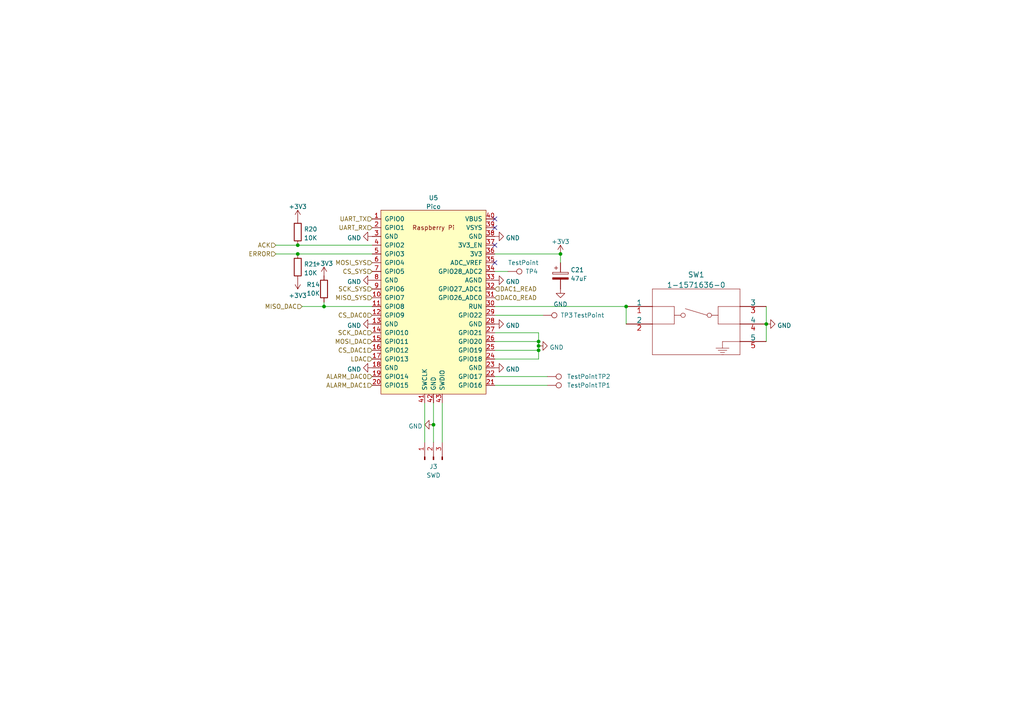
<source format=kicad_sch>
(kicad_sch (version 20211123) (generator eeschema)
  (paper "A4")
  (title_block (title "NR1B-Analog") (date "2022-07-26") (rev "v1.0") (company "University of Dallas") (comment 1 "Isaac Kelly"))
  (lib_symbols
    (symbol "2022-07-11_19-20-20:1-1571636-0" (pin_names (offset 0))
      (property "Reference" "SW" (at 20.32 10.16 0))
      (property "Value" "1-1571636-0" (at 20.32 7.62 0))
      (symbol "1-1571636-0_1_1"
        (polyline (pts (xy 7.62 -13.97) (xy 33.02 -13.97)) (stroke (width 0.127)))
        (polyline (pts (xy 7.62 -5.08) (xy 13.97 -5.08)) (stroke (width 0.127)))
        (polyline (pts (xy 7.62 0) (xy 13.97 0)) (stroke (width 0.127)))
        (polyline (pts (xy 7.62 5.08) (xy 7.62 -13.97)) (stroke (width 0.127)))
        (polyline (pts (xy 13.97 -2.54) (xy 15.875 -2.54)) (stroke (width 0.127)))
        (polyline (pts (xy 13.97 0) (xy 13.97 -5.08)) (stroke (width 0.127)))
        (polyline (pts (xy 17.145 -0.635) (xy 23.495 -2.54)) (stroke (width 0.127)))
        (polyline (pts (xy 24.765 -2.54) (xy 26.67 -2.54)) (stroke (width 0.127)))
        (polyline (pts (xy 26.035 -12.065) (xy 29.845 -12.065)) (stroke (width 0.127)))
        (polyline (pts (xy 26.67 -12.7) (xy 29.21 -12.7)) (stroke (width 0.127)))
        (polyline (pts (xy 26.67 -5.08) (xy 33.02 -5.08)) (stroke (width 0.127)))
        (polyline (pts (xy 26.67 0) (xy 26.67 -5.08)) (stroke (width 0.127)))
        (polyline (pts (xy 27.305 -13.335) (xy 28.575 -13.335)) (stroke (width 0.127)))
        (polyline (pts (xy 27.686 -13.97) (xy 28.321 -13.97)) (stroke (width 0.127)))
        (polyline (pts (xy 27.94 -10.16) (xy 27.94 -12.065)) (stroke (width 0.127)))
        (polyline (pts (xy 27.94 -10.16) (xy 33.02 -10.16)) (stroke (width 0.127)))
        (polyline (pts (xy 33.02 -13.97) (xy 33.02 5.08)) (stroke (width 0.127)))
        (polyline (pts (xy 33.02 0) (xy 26.67 0)) (stroke (width 0.127)))
        (polyline (pts (xy 33.02 5.08) (xy 7.62 5.08)) (stroke (width 0.127)))
        (circle (center 16.51 -2.54) (radius 0.635) (stroke (width 0.127)))
        (arc (start 17.145 -2.54) (mid 15.875 -2.54) (end 17.145 -2.54) (stroke (width 0.127)))
        (arc (start 23.495 -2.54) (mid 24.765 -2.54) (end 23.495 -2.54) (stroke (width 0.127)))
        (circle (center 24.13 -2.54) (radius 0.635) (stroke (width 0.127)))
        (pin output line (at 0 0 0) (length 7.62) (name "1") (number "1"))
        (pin output line (at 0 -5.08 0) (length 7.62) (name "2") (number "2"))
        (pin power_in line (at 40.64 0 180) (length 7.62) (name "3") (number "3"))
        (pin power_in line (at 40.64 -5.08 180) (length 7.62) (name "4") (number "4"))
        (pin power_in line (at 40.64 -10.16 180) (length 7.62) (name "5") (number "5"))
      )
    )
    (symbol "Connector:Conn_01x03_Male" (pin_names (offset 1.016) hide)
      (property "Reference" "J" (at 0 5.08 0))
      (property "Value" "Conn_01x03_Male" (at 0 -5.08 0))
      (symbol "Conn_01x03_Male_1_1"
        (polyline (pts (xy 1.27 -2.54) (xy 0.8636 -2.54)) (stroke (width 0.1524)))
        (polyline (pts (xy 1.27 0) (xy 0.8636 0)) (stroke (width 0.1524)))
        (polyline (pts (xy 1.27 2.54) (xy 0.8636 2.54)) (stroke (width 0.1524)))
        (rectangle (start 0.8636 -2.413) (end 0 -2.667) (stroke (width 0.1524)) (fill (type outline)))
        (rectangle (start 0.8636 0.127) (end 0 -0.127) (stroke (width 0.1524)) (fill (type outline)))
        (rectangle (start 0.8636 2.667) (end 0 2.413) (stroke (width 0.1524)) (fill (type outline)))
        (pin passive line (at 5.08 2.54 180) (length 3.81) (name "Pin_1") (number "1"))
        (pin passive line (at 5.08 0 180) (length 3.81) (name "Pin_2") (number "2"))
        (pin passive line (at 5.08 -2.54 180) (length 3.81) (name "Pin_3") (number "3"))
      )
    )
    (symbol "Connector:TestPoint" (pin_numbers hide) (pin_names (offset 0.762) hide)
      (property "Reference" "TP" (at 0 6.858 0))
      (property "Value" "TestPoint" (at 0 5.08 0))
      (symbol "TestPoint_0_1"
        (circle (center 0 3.302) (radius 0.762))
      )
      (symbol "TestPoint_1_1"
        (pin passive line (at 0 0 90) (length 2.54) (name "1") (number "1"))
      )
    )
    (symbol "Device:C_Polarized" (pin_numbers hide) (pin_names (offset 0.254))
      (property "Reference" "C" (at 0.635 2.54 0))
      (property "Value" "C_Polarized" (at 0.635 -2.54 0))
      (symbol "C_Polarized_0_1"
        (rectangle (start -2.286 0.508) (end 2.286 1.016))
        (polyline (pts (xy -1.778 2.286) (xy -0.762 2.286)))
        (polyline (pts (xy -1.27 2.794) (xy -1.27 1.778)))
        (rectangle (start 2.286 -0.508) (end -2.286 -1.016) (fill (type outline)))
      )
      (symbol "C_Polarized_1_1"
        (pin passive line (at 0 3.81 270) (length 2.794) (name "~") (number "1"))
        (pin passive line (at 0 -3.81 90) (length 2.794) (name "~") (number "2"))
      )
    )
    (symbol "Device:R" (pin_numbers hide) (pin_names (offset 0))
      (property "Reference" "R" (at 2.032 0 90))
      (property "Value" "R" (at 0 0 90))
      (symbol "R_0_1"
        (rectangle (start -1.016 -2.54) (end 1.016 2.54) (stroke (width 0.254)))
      )
      (symbol "R_1_1"
        (pin passive line (at 0 3.81 270) (length 1.27) (name "~") (number "1"))
        (pin passive line (at 0 -3.81 90) (length 1.27) (name "~") (number "2"))
      )
    )
    (symbol "MCU_RaspberryPi_and_Boards:Pico" (pin_names (offset 1.016))
      (property "Reference" "U" (at -13.97 27.94 0))
      (property "Value" "Pico" (at 0 19.05 0))
      (symbol "Pico_0_0"
        (text "Raspberry Pi" (at 0 21.59 0) (effects (font (size 1.27 1.27))))
      )
      (symbol "Pico_0_1"
        (rectangle (start -15.24 26.67) (end 15.24 -26.67) (fill (type background)))
      )
      (symbol "Pico_1_1"
        (pin bidirectional line (at -17.78 24.13 0) (length 2.54) (name "GPIO0") (number "1"))
        (pin bidirectional line (at -17.78 1.27 0) (length 2.54) (name "GPIO7") (number "10"))
        (pin bidirectional line (at -17.78 -1.27 0) (length 2.54) (name "GPIO8") (number "11"))
        (pin bidirectional line (at -17.78 -3.81 0) (length 2.54) (name "GPIO9") (number "12"))
        (pin power_in line (at -17.78 -6.35 0) (length 2.54) (name "GND") (number "13"))
        (pin bidirectional line (at -17.78 -8.89 0) (length 2.54) (name "GPIO10") (number "14"))
        (pin bidirectional line (at -17.78 -11.43 0) (length 2.54) (name "GPIO11") (number "15"))
        (pin bidirectional line (at -17.78 -13.97 0) (length 2.54) (name "GPIO12") (number "16"))
        (pin bidirectional line (at -17.78 -16.51 0) (length 2.54) (name "GPIO13") (number "17"))
        (pin power_in line (at -17.78 -19.05 0) (length 2.54) (name "GND") (number "18"))
        (pin bidirectional line (at -17.78 -21.59 0) (length 2.54) (name "GPIO14") (number "19"))
        (pin bidirectional line (at -17.78 21.59 0) (length 2.54) (name "GPIO1") (number "2"))
        (pin bidirectional line (at -17.78 -24.13 0) (length 2.54) (name "GPIO15") (number "20"))
        (pin bidirectional line (at 17.78 -24.13 180) (length 2.54) (name "GPIO16") (number "21"))
        (pin bidirectional line (at 17.78 -21.59 180) (length 2.54) (name "GPIO17") (number "22"))
        (pin power_in line (at 17.78 -19.05 180) (length 2.54) (name "GND") (number "23"))
        (pin bidirectional line (at 17.78 -16.51 180) (length 2.54) (name "GPIO18") (number "24"))
        (pin bidirectional line (at 17.78 -13.97 180) (length 2.54) (name "GPIO19") (number "25"))
        (pin bidirectional line (at 17.78 -11.43 180) (length 2.54) (name "GPIO20") (number "26"))
        (pin bidirectional line (at 17.78 -8.89 180) (length 2.54) (name "GPIO21") (number "27"))
        (pin power_in line (at 17.78 -6.35 180) (length 2.54) (name "GND") (number "28"))
        (pin bidirectional line (at 17.78 -3.81 180) (length 2.54) (name "GPIO22") (number "29"))
        (pin power_in line (at -17.78 19.05 0) (length 2.54) (name "GND") (number "3"))
        (pin input line (at 17.78 -1.27 180) (length 2.54) (name "RUN") (number "30"))
        (pin bidirectional line (at 17.78 1.27 180) (length 2.54) (name "GPIO26_ADC0") (number "31"))
        (pin bidirectional line (at 17.78 3.81 180) (length 2.54) (name "GPIO27_ADC1") (number "32"))
        (pin power_in line (at 17.78 6.35 180) (length 2.54) (name "AGND") (number "33"))
        (pin bidirectional line (at 17.78 8.89 180) (length 2.54) (name "GPIO28_ADC2") (number "34"))
        (pin power_in line (at 17.78 11.43 180) (length 2.54) (name "ADC_VREF") (number "35"))
        (pin power_in line (at 17.78 13.97 180) (length 2.54) (name "3V3") (number "36"))
        (pin input line (at 17.78 16.51 180) (length 2.54) (name "3V3_EN") (number "37"))
        (pin bidirectional line (at 17.78 19.05 180) (length 2.54) (name "GND") (number "38"))
        (pin power_in line (at 17.78 21.59 180) (length 2.54) (name "VSYS") (number "39"))
        (pin bidirectional line (at -17.78 16.51 0) (length 2.54) (name "GPIO2") (number "4"))
        (pin power_in line (at 17.78 24.13 180) (length 2.54) (name "VBUS") (number "40"))
        (pin input line (at -2.54 -29.21 90) (length 2.54) (name "SWCLK") (number "41"))
        (pin power_in line (at 0 -29.21 90) (length 2.54) (name "GND") (number "42"))
        (pin bidirectional line (at 2.54 -29.21 90) (length 2.54) (name "SWDIO") (number "43"))
        (pin bidirectional line (at -17.78 13.97 0) (length 2.54) (name "GPIO3") (number "5"))
        (pin bidirectional line (at -17.78 11.43 0) (length 2.54) (name "GPIO4") (number "6"))
        (pin bidirectional line (at -17.78 8.89 0) (length 2.54) (name "GPIO5") (number "7"))
        (pin power_in line (at -17.78 6.35 0) (length 2.54) (name "GND") (number "8"))
        (pin bidirectional line (at -17.78 3.81 0) (length 2.54) (name "GPIO6") (number "9"))
      )
    )
    (symbol "power:+3V3" (power) (pin_names (offset 0))
      (property "Value" "+3V3" (at 0 3.556 0))
      (symbol "+3V3_0_1"
        (polyline (pts (xy -0.762 1.27) (xy 0 2.54)))
        (polyline (pts (xy 0 0) (xy 0 2.54)))
        (polyline (pts (xy 0 2.54) (xy 0.762 1.27)))
      )
      (symbol "+3V3_1_1"
        (pin power_in line (at 0 0 90) (length 0) hide (name "+3V3") (number "1"))
      )
    )
    (symbol "power:GND" (power) (pin_names (offset 0))
      (property "Value" "GND" (at 0 -3.81 0))
      (symbol "GND_0_1"
        (polyline (pts (xy 0 0) (xy 0 -1.27) (xy 1.27 -1.27) (xy 0 -2.54) (xy -1.27 -1.27) (xy 0 -1.27)))
      )
      (symbol "GND_1_1"
        (pin power_in line (at 0 0 270) (length 0) hide (name "GND") (number "1"))
      )
    )
  )
  (junction (at 156.21 101.6))
  (junction (at 93.98 88.9))
  (junction (at 125.73 123.19))
  (junction (at 156.21 99.06))
  (junction (at 181.61 88.9))
  (junction (at 162.56 73.66))
  (junction (at 156.21 100.33))
  (junction (at 222.25 93.98))
  (junction (at 86.36 71.12))
  (junction (at 86.36 73.66))
  (no_connect (at 143.51 66.04))
  (no_connect (at 143.51 63.5))
  (no_connect (at 143.51 71.12))
  (no_connect (at 143.51 76.2))
  (wire (pts (xy 87.63 88.9) (xy 93.98 88.9)))
  (wire (pts (xy 222.25 88.9) (xy 222.25 93.98)))
  (wire (pts (xy 162.56 76.2) (xy 162.56 73.66)))
  (wire (pts (xy 128.27 116.84) (xy 128.27 128.27)))
  (wire (pts (xy 162.56 73.66) (xy 143.51 73.66)))
  (wire (pts (xy 123.19 116.84) (xy 123.19 128.27)))
  (wire (pts (xy 143.51 99.06) (xy 156.21 99.06)))
  (wire (pts (xy 80.01 71.12) (xy 86.36 71.12)))
  (wire (pts (xy 93.98 88.9) (xy 107.95 88.9)))
  (wire (pts (xy 143.51 109.22) (xy 158.75 109.22)))
  (wire (pts (xy 143.51 104.14) (xy 156.21 104.14)))
  (wire (pts (xy 143.51 101.6) (xy 156.21 101.6)))
  (wire (pts (xy 181.61 88.9) (xy 181.61 93.98)))
  (wire (pts (xy 143.51 78.74) (xy 147.32 78.74)))
  (wire (pts (xy 125.73 123.19) (xy 125.73 128.27)))
  (wire (pts (xy 86.36 73.66) (xy 107.95 73.66)))
  (wire (pts (xy 143.51 96.52) (xy 156.21 96.52)))
  (wire (pts (xy 143.51 111.76) (xy 158.75 111.76)))
  (wire (pts (xy 156.21 101.6) (xy 156.21 100.33)))
  (wire (pts (xy 125.73 116.84) (xy 125.73 123.19)))
  (wire (pts (xy 93.98 87.63) (xy 93.98 88.9)))
  (wire (pts (xy 86.36 71.12) (xy 107.95 71.12)))
  (wire (pts (xy 156.21 99.06) (xy 156.21 100.33)))
  (wire (pts (xy 80.01 73.66) (xy 86.36 73.66)))
  (wire (pts (xy 143.51 88.9) (xy 181.61 88.9)))
  (wire (pts (xy 222.25 93.98) (xy 222.25 99.06)))
  (wire (pts (xy 143.51 91.44) (xy 157.48 91.44)))
  (wire (pts (xy 156.21 104.14) (xy 156.21 101.6)))
  (wire (pts (xy 156.21 96.52) (xy 156.21 99.06)))
  (hierarchical_label "ERROR" (shape input) (at 80.01 73.66 180))
  (hierarchical_label "MOSI_DAC" (shape input) (at 107.95 99.06 180))
  (hierarchical_label "SCK_DAC" (shape input) (at 107.95 96.52 180))
  (hierarchical_label "ALARM_DAC0" (shape input) (at 107.95 109.22 180))
  (hierarchical_label "CS_SYS" (shape input) (at 107.95 78.74 180))
  (hierarchical_label "ALARM_DAC1" (shape input) (at 107.95 111.76 180))
  (hierarchical_label "UART_TX" (shape input) (at 107.95 63.5 180))
  (hierarchical_label "UART_RX" (shape input) (at 107.95 66.04 180))
  (hierarchical_label "MISO_SYS" (shape input) (at 107.95 86.36 180))
  (hierarchical_label "MISO_DAC" (shape input) (at 87.63 88.9 180))
  (hierarchical_label "CS_DAC1" (shape input) (at 107.95 101.6 180))
  (hierarchical_label "ACK" (shape input) (at 80.01 71.12 180))
  (hierarchical_label "DAC0_READ" (shape input) (at 143.51 86.36 0))
  (hierarchical_label "MOSI_SYS" (shape input) (at 107.95 76.2 180))
  (hierarchical_label "SCK_SYS" (shape input) (at 107.95 83.82 180))
  (hierarchical_label "CS_DAC0" (shape input) (at 107.95 91.44 180))
  (hierarchical_label "LDAC" (shape input) (at 107.95 104.14 180))
  (hierarchical_label "DAC1_READ" (shape input) (at 143.51 83.82 0))
  (symbol (lib_id "Connector:TestPoint") (at 147.32 78.74 270) (unit 1)
    (property "Reference" "TP4" (at 152.4 78.74 90) (effects (justify left)))
    (property "Value" "TestPoint" (at 147.32 76.2 90) (effects (justify left)))
    (property "Footprint" "TestPoint:TestPoint_Bridge_Pitch2.0mm_Drill0.7mm" (effects hide))
  )
  (symbol (lib_id "Connector:TestPoint") (at 158.75 109.22 270) (unit 1)
    (property "Reference" "TP2" (at 175.26 109.22 90))
    (property "Value" "TestPoint" (at 168.91 109.22 90))
    (property "Footprint" "TestPoint:TestPoint_Bridge_Pitch2.0mm_Drill0.7mm" (effects hide))
  )
  (symbol (lib_id "Device:R") (at 93.98 83.82 0) (unit 1)
    (property "Reference" "R14" (at 88.9 82.55 0) (effects (justify left)))
    (property "Value" "10K" (at 88.9 85.09 0) (effects (justify left)))
    (property "Footprint" "Resistor_SMD:R_0603_1608Metric" (effects hide))
  )
  (symbol (lib_id "power:GND") (at 162.56 83.82 0) (unit 1)
    (property "Reference" "#PWR056" (effects hide))
    (property "Value" "GND" (at 162.56 88.2634 0))
  )
  (symbol (lib_id "Connector:TestPoint") (at 157.48 91.44 270) (unit 1)
    (property "Reference" "TP3" (at 162.56 91.44 90) (effects (justify left)))
    (property "Value" "TestPoint" (at 166.37 91.44 90) (effects (justify left)))
    (property "Footprint" "TestPoint:TestPoint_Bridge_Pitch2.0mm_Drill0.7mm" (effects hide))
  )
  (symbol (lib_id "Connector:TestPoint") (at 158.75 111.76 270) (unit 1)
    (property "Reference" "TP1" (at 175.26 111.76 90))
    (property "Value" "TestPoint" (at 168.91 111.76 90))
    (property "Footprint" "TestPoint:TestPoint_Bridge_Pitch2.0mm_Drill0.7mm" (effects hide))
  )
  (symbol (lib_id "power:GND") (at 222.25 93.98 90) (unit 1)
    (property "Reference" "#PWR054" (effects hide))
    (property "Value" "GND" (at 225.425 94.4138 90) (effects (justify right)))
  )
  (symbol (lib_id "power:GND") (at 156.21 100.33 90) (unit 1)
    (property "Reference" "#PWR055" (effects hide))
    (property "Value" "GND" (at 159.385 100.7638 90) (effects (justify right)))
  )
  (symbol (lib_id "Device:R") (at 86.36 77.47 0) (unit 1)
    (property "Reference" "R21" (at 88.138 76.6353 0) (effects (justify left)))
    (property "Value" "10K" (at 88.138 79.1722 0) (effects (justify left)))
    (property "Footprint" "Resistor_SMD:R_0603_1608Metric" (effects hide))
  )
  (symbol (lib_id "power:GND") (at 143.51 68.58 90) (unit 1)
    (property "Reference" "#PWR034" (effects hide))
    (property "Value" "GND" (at 146.685 69.0138 90) (effects (justify right)))
  )
  (symbol (lib_id "Connector:Conn_01x03_Male") (at 125.73 133.35 90) (unit 1)
    (property "Reference" "J3" (at 125.73 135.3296 90))
    (property "Value" "SWD" (at 125.73 137.8665 90))
    (property "Footprint" "Connector_PinHeader_2.54mm:PinHeader_1x03_P2.54mm_Horizontal" (effects hide))
  )
  (symbol (lib_id "2022-07-11_19-20-20:1-1571636-0") (at 181.61 88.9 0) (unit 1)
    (property "Reference" "SW1" (at 201.93 79.6724 0) (effects (font (size 1.524 1.524))))
    (property "Value" "1-1571636-0" (at 201.93 82.6658 0) (effects (font (size 1.524 1.524))))
    (property "Footprint" "1-1571636-0:1-1571636-0" (effects hide))
  )
  (symbol (lib_id "power:GND") (at 107.95 93.98 270) (unit 1)
    (property "Reference" "#PWR047" (effects hide))
    (property "Value" "GND" (at 104.7751 94.4138 90) (effects (justify right)))
  )
  (symbol (lib_id "power:GND") (at 143.51 81.28 90) (unit 1)
    (property "Reference" "#PWR051" (effects hide))
    (property "Value" "GND" (at 146.685 81.7138 90) (effects (justify right)))
  )
  (symbol (lib_id "power:+3V3") (at 93.98 80.01 0) (unit 1)
    (property "Reference" "#PWR058" (effects hide))
    (property "Value" "+3V3" (at 93.98 76.4342 0))
  )
  (symbol (lib_id "power:GND") (at 143.51 106.68 90) (unit 1)
    (property "Reference" "#PWR053" (effects hide))
    (property "Value" "GND" (at 146.685 107.1138 90) (effects (justify right)))
  )
  (symbol (lib_id "power:+3V3") (at 86.36 63.5 0) (unit 1)
    (property "Reference" "#PWR038" (effects hide))
    (property "Value" "+3V3" (at 86.36 59.9242 0))
  )
  (symbol (lib_id "power:GND") (at 107.95 68.58 270) (unit 1)
    (property "Reference" "#PWR035" (effects hide))
    (property "Value" "GND" (at 104.7751 69.0138 90) (effects (justify right)))
  )
  (symbol (lib_id "power:GND") (at 143.51 93.98 90) (unit 1)
    (property "Reference" "#PWR052" (effects hide))
    (property "Value" "GND" (at 146.685 94.4138 90) (effects (justify right)))
  )
  (symbol (lib_id "MCU_RaspberryPi_and_Boards:Pico") (at 125.73 87.63 0) (unit 1)
    (property "Reference" "U5" (at 125.73 57.3872 0))
    (property "Value" "Pico" (at 125.73 59.9241 0))
    (property "Footprint" "MCU_RaspberryPi_and_Boards:RPi_Pico_SMD_TH" (effects hide))
  )
  (symbol (lib_id "power:GND") (at 107.95 81.28 270) (unit 1)
    (property "Reference" "#PWR032" (effects hide))
    (property "Value" "GND" (at 104.7751 81.7138 90) (effects (justify right)))
  )
  (symbol (lib_id "Device:R") (at 86.36 67.31 0) (unit 1)
    (property "Reference" "R20" (at 88.138 66.4753 0) (effects (justify left)))
    (property "Value" "10K" (at 88.138 69.0122 0) (effects (justify left)))
    (property "Footprint" "Resistor_SMD:R_0603_1608Metric" (effects hide))
  )
  (symbol (lib_id "power:GND") (at 125.73 123.19 270) (unit 1)
    (property "Reference" "#PWR050" (effects hide))
    (property "Value" "GND" (at 122.5551 123.6238 90) (effects (justify right)))
  )
  (symbol (lib_id "power:+3V3") (at 86.36 81.28 180) (unit 1)
    (property "Reference" "#PWR059" (effects hide))
    (property "Value" "+3V3" (at 86.36 85.7234 0))
  )
  (symbol (lib_id "Device:C_Polarized") (at 162.56 80.01 0) (unit 1)
    (property "Reference" "C21" (at 165.481 78.2863 0) (effects (justify left)))
    (property "Value" "47uF" (at 165.481 80.8232 0) (effects (justify left)))
    (property "Footprint" "Capacitor_SMD:CP_Elec_5x5.3" (effects hide))
  )
  (symbol (lib_id "power:+3V3") (at 162.56 73.66 0) (unit 1)
    (property "Reference" "#PWR0102" (effects hide))
    (property "Value" "+3V3" (at 162.56 70.0842 0))
  )
  (symbol (lib_id "power:GND") (at 107.95 106.68 270) (unit 1)
    (property "Reference" "#PWR049" (effects hide))
    (property "Value" "GND" (at 104.7751 107.1138 90) (effects (justify right)))
  )
)
</source>
